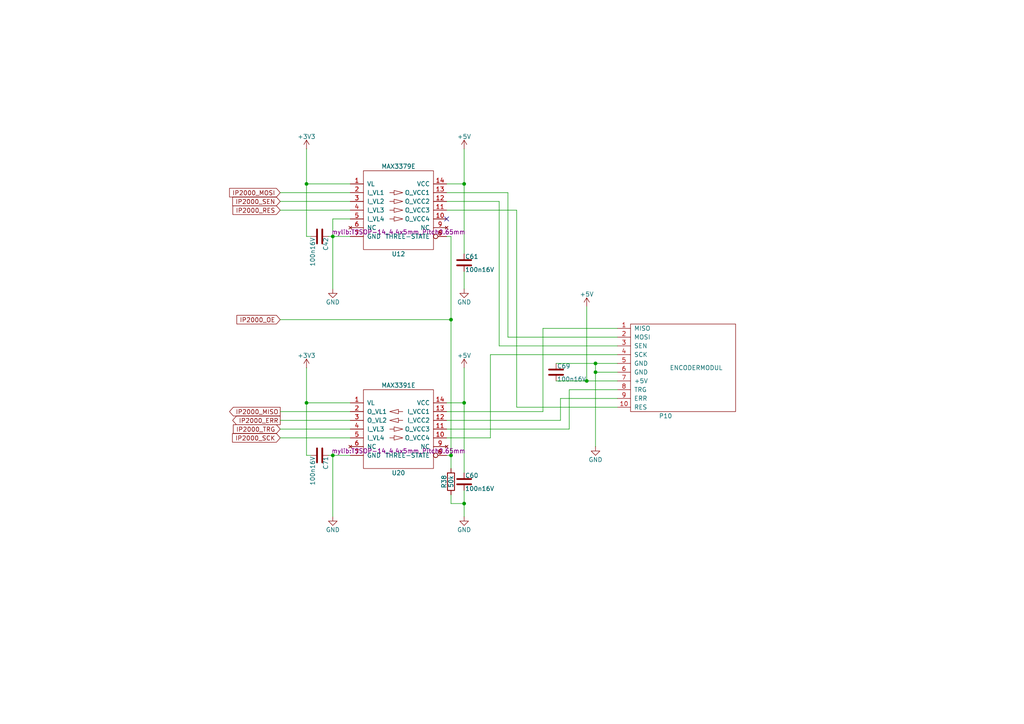
<source format=kicad_sch>
(kicad_sch (version 20231120) (generator "eeschema") (generator_version "8.0")
  (paper "A4")
  (lib_symbols
    (symbol "ATSAME70:+3.3V" (power) (pin_numbers hide) (pin_names (offset 0) hide)
      (property "Value" "+3.3V" (at 0 3.556 0))
      (symbol "+3.3V_0_1"
        (polyline (pts (xy -0.762 1.27) (xy 0 2.54)))
        (polyline (pts (xy 0 0) (xy 0 2.54)))
        (polyline (pts (xy 0 2.54) (xy 0.762 1.27)))
      )
      (symbol "+3.3V_1_1"
        (pin power_in line (at 0 0 90) (length 0) (name "~") (number "1"))
      )
    )
    (symbol "ATSAME70:+5V" (power) (pin_numbers hide) (pin_names (offset 0) hide)
      (property "Value" "+5V" (at 0 3.556 0))
      (symbol "+5V_0_1"
        (polyline (pts (xy -0.762 1.27) (xy 0 2.54)))
        (polyline (pts (xy 0 0) (xy 0 2.54)))
        (polyline (pts (xy 0 2.54) (xy 0.762 1.27)))
      )
      (symbol "+5V_1_1"
        (pin power_in line (at 0 0 90) (length 0) (name "~") (number "1"))
      )
    )
    (symbol "ATSAME70:C_100n_16V_0402" (pin_numbers hide) (pin_names (offset 0.254))
      (property "Reference" "C" (at 0.635 2.54 0))
      (property "Value" "100n16V" (at 0.635 -2.54 0))
      (symbol "C_100n_16V_0402_0_1"
        (polyline (pts (xy -2.032 -0.762) (xy 2.032 -0.762)) (stroke (width 0.508)))
        (polyline (pts (xy -2.032 0.762) (xy 2.032 0.762)) (stroke (width 0.508)))
      )
      (symbol "C_100n_16V_0402_1_1"
        (pin passive line (at 0 2.54 270) (length 1.651) (name "~") (number "1"))
        (pin passive line (at 0 -2.54 90) (length 1.651) (name "~") (number "2"))
      )
    )
    (symbol "ATSAME70:ENCODERMODUL" (pin_names (offset 1.016))
      (property "Reference" "P" (at 0 -13.97 0))
      (property "Value" "ENCODERMODUL" (at 3.81 0 0))
      (symbol "ENCODERMODUL_0_1"
        (rectangle (start -15.24 12.7) (end 15.24 -12.7))
      )
      (symbol "ENCODERMODUL_1_1"
        (pin output line (at -19.05 11.43 0) (length 3.81) (name "MISO") (number "1"))
        (pin input line (at -19.05 -11.43 0) (length 3.81) (name "RES") (number "10"))
        (pin input line (at -19.05 8.89 0) (length 3.81) (name "MOSI") (number "2"))
        (pin input line (at -19.05 6.35 0) (length 3.81) (name "SEN") (number "3"))
        (pin input line (at -19.05 3.81 0) (length 3.81) (name "SCK") (number "4"))
        (pin power_in line (at -19.05 1.27 0) (length 3.81) (name "GND") (number "5"))
        (pin power_in line (at -19.05 -1.27 0) (length 3.81) (name "GND") (number "6"))
        (pin power_in line (at -19.05 -3.81 0) (length 3.81) (name "+5V") (number "7"))
        (pin input line (at -19.05 -6.35 0) (length 3.81) (name "TRG") (number "8"))
        (pin output line (at -19.05 -8.89 0) (length 3.81) (name "ERR") (number "9"))
      )
    )
    (symbol "ATSAME70:GND" (power) (pin_numbers hide) (pin_names (offset 0) hide)
      (property "Value" "GND" (at 0 -3.81 0))
      (symbol "GND_0_1"
        (polyline (pts (xy 0 0) (xy 0 -1.27) (xy 1.27 -1.27) (xy 0 -2.54) (xy -1.27 -1.27) (xy 0 -1.27)))
      )
      (symbol "GND_1_1"
        (pin power_in line (at 0 0 270) (length 0) (name "~") (number "1"))
      )
    )
    (symbol "ATSAME70:MAX3379E" (pin_names (offset 1.016))
      (property "Reference" "U" (at 0 -8.89 0))
      (property "Value" "MAX3379E" (at 0 16.51 0))
      (symbol "MAX3379E_0_1"
        (rectangle (start -10.16 -7.62) (end 10.16 15.24))
        (polyline (pts (xy -1.27 1.27) (xy -2.54 1.27)))
        (polyline (pts (xy -1.27 3.81) (xy -2.54 3.81)))
        (polyline (pts (xy -1.27 6.35) (xy -2.54 6.35)))
        (polyline (pts (xy -1.27 8.89) (xy -2.54 8.89)))
        (polyline (pts (xy 1.27 1.27) (xy -1.27 1.905) (xy -1.27 0.635) (xy 1.27 1.27)))
        (polyline (pts (xy 1.27 3.81) (xy -1.27 4.445) (xy -1.27 3.175) (xy 1.27 3.81)))
        (polyline (pts (xy 1.27 6.35) (xy -1.27 6.985) (xy -1.27 5.715) (xy 1.27 6.35)))
        (polyline (pts (xy 1.27 8.89) (xy -1.27 9.525) (xy -1.27 8.255) (xy 1.27 8.89)))
      )
      (symbol "MAX3379E_1_1"
        (pin power_in line (at -13.97 11.43 0) (length 3.81) (name "VL") (number "1"))
        (pin output line (at 13.97 1.27 180) (length 3.81) (name "O_VCC4") (number "10"))
        (pin output line (at 13.97 3.81 180) (length 3.81) (name "O_VCC3") (number "11"))
        (pin output line (at 13.97 6.35 180) (length 3.81) (name "O_VCC2") (number "12"))
        (pin output line (at 13.97 8.89 180) (length 3.81) (name "O_VCC1") (number "13"))
        (pin power_in line (at 13.97 11.43 180) (length 3.81) (name "VCC") (number "14"))
        (pin input line (at -13.97 8.89 0) (length 3.81) (name "I_VL1") (number "2"))
        (pin input line (at -13.97 6.35 0) (length 3.81) (name "I_VL2") (number "3"))
        (pin input line (at -13.97 3.81 0) (length 3.81) (name "I_VL3") (number "4"))
        (pin input line (at -13.97 1.27 0) (length 3.81) (name "I_VL4") (number "5"))
        (pin no_connect line (at -13.97 -1.27 0) (length 3.81) (name "NC") (number "6"))
        (pin power_in line (at -13.97 -3.81 0) (length 3.81) (name "GND") (number "7"))
        (pin passive inverted (at 13.97 -3.81 180) (length 3.81) (name "THREE-STATE") (number "8"))
        (pin no_connect line (at 13.97 -1.27 180) (length 3.81) (name "NC") (number "9"))
      )
    )
    (symbol "ATSAME70:MAX3391E" (pin_names (offset 1.016))
      (property "Reference" "U" (at 0 -8.89 0))
      (property "Value" "MAX3391E" (at 0 16.51 0))
      (symbol "MAX3391E_0_1"
        (rectangle (start -10.16 -7.62) (end 10.16 15.24))
        (polyline (pts (xy -1.27 1.27) (xy -2.54 1.27)))
        (polyline (pts (xy -1.27 3.81) (xy -2.54 3.81)))
        (polyline (pts (xy 0 6.35) (xy 1.27 6.35)))
        (polyline (pts (xy 0 8.89) (xy 1.27 8.89)))
        (polyline (pts (xy -2.54 6.35) (xy 0 6.985) (xy 0 5.715) (xy -2.54 6.35)))
        (polyline (pts (xy -2.54 8.89) (xy 0 9.525) (xy 0 8.255) (xy -2.54 8.89)))
        (polyline (pts (xy 1.27 1.27) (xy -1.27 1.905) (xy -1.27 0.635) (xy 1.27 1.27)))
        (polyline (pts (xy 1.27 3.81) (xy -1.27 4.445) (xy -1.27 3.175) (xy 1.27 3.81)))
      )
      (symbol "MAX3391E_1_1"
        (pin power_in line (at -13.97 11.43 0) (length 3.81) (name "VL") (number "1"))
        (pin output line (at 13.97 1.27 180) (length 3.81) (name "O_VCC4") (number "10"))
        (pin output line (at 13.97 3.81 180) (length 3.81) (name "O_VCC3") (number "11"))
        (pin input line (at 13.97 6.35 180) (length 3.81) (name "I_VCC2") (number "12"))
        (pin input line (at 13.97 8.89 180) (length 3.81) (name "I_VCC1") (number "13"))
        (pin power_in line (at 13.97 11.43 180) (length 3.81) (name "VCC") (number "14"))
        (pin output line (at -13.97 8.89 0) (length 3.81) (name "O_VL1") (number "2"))
        (pin output line (at -13.97 6.35 0) (length 3.81) (name "O_VL2") (number "3"))
        (pin input line (at -13.97 3.81 0) (length 3.81) (name "I_VL3") (number "4"))
        (pin input line (at -13.97 1.27 0) (length 3.81) (name "I_VL4") (number "5"))
        (pin no_connect line (at -13.97 -1.27 0) (length 3.81) (name "NC") (number "6"))
        (pin power_in line (at -13.97 -3.81 0) (length 3.81) (name "GND") (number "7"))
        (pin passive inverted (at 13.97 -3.81 180) (length 3.81) (name "THREE-STATE") (number "8"))
        (pin no_connect line (at 13.97 -1.27 180) (length 3.81) (name "NC") (number "9"))
      )
    )
    (symbol "ATSAME70:R" (pin_numbers hide) (pin_names (offset 0))
      (property "Reference" "R" (at 2.032 0 90))
      (property "Value" "100k" (at 0 0 90))
      (symbol "R_0_1"
        (rectangle (start -1.016 -2.54) (end 1.016 2.54) (stroke (width 0.254)))
      )
      (symbol "R_1_1"
        (pin passive line (at 0 3.81 270) (length 1.27) (name "~") (number "1"))
        (pin passive line (at 0 -3.81 90) (length 1.27) (name "~") (number "2"))
      )
    )
  )
  (junction (at 134.62 146.05))
  (junction (at 172.72 105.41))
  (junction (at 96.52 132.08))
  (junction (at 130.81 92.71))
  (junction (at 130.81 132.08))
  (junction (at 170.18 110.49))
  (junction (at 88.9 53.34))
  (junction (at 88.9 116.84))
  (junction (at 134.62 116.84))
  (junction (at 96.52 68.58))
  (junction (at 134.62 53.34))
  (junction (at 172.72 107.95))
  (no_connect (at 129.54 63.5))
  (wire (pts (xy 130.81 68.58) (xy 130.81 92.71)))
  (wire (pts (xy 101.6 116.84) (xy 88.9 116.84)))
  (wire (pts (xy 134.62 146.05) (xy 134.62 149.86)))
  (wire (pts (xy 130.81 132.08) (xy 130.81 135.89)))
  (wire (pts (xy 96.52 68.58) (xy 96.52 83.82)))
  (wire (pts (xy 170.18 110.49) (xy 179.07 110.49)))
  (wire (pts (xy 134.62 142.24) (xy 134.62 146.05)))
  (wire (pts (xy 134.62 106.68) (xy 134.62 116.84)))
  (wire (pts (xy 149.86 60.96) (xy 149.86 118.11)))
  (wire (pts (xy 88.9 132.08) (xy 90.17 132.08)))
  (wire (pts (xy 81.28 60.96) (xy 101.6 60.96)))
  (wire (pts (xy 179.07 113.03) (xy 165.1 113.03)))
  (wire (pts (xy 96.52 63.5) (xy 96.52 68.58)))
  (wire (pts (xy 142.24 127) (xy 129.54 127)))
  (wire (pts (xy 157.48 119.38) (xy 129.54 119.38)))
  (wire (pts (xy 147.32 55.88) (xy 147.32 97.79)))
  (wire (pts (xy 130.81 92.71) (xy 81.28 92.71)))
  (wire (pts (xy 95.25 68.58) (xy 96.52 68.58)))
  (wire (pts (xy 161.29 105.41) (xy 172.72 105.41)))
  (wire (pts (xy 81.28 124.46) (xy 101.6 124.46)))
  (wire (pts (xy 129.54 60.96) (xy 149.86 60.96)))
  (wire (pts (xy 134.62 83.82) (xy 134.62 78.74)))
  (wire (pts (xy 130.81 92.71) (xy 130.81 132.08)))
  (wire (pts (xy 172.72 105.41) (xy 179.07 105.41)))
  (wire (pts (xy 96.52 149.86) (xy 96.52 132.08)))
  (wire (pts (xy 134.62 43.18) (xy 134.62 53.34)))
  (wire (pts (xy 162.56 121.92) (xy 129.54 121.92)))
  (wire (pts (xy 179.07 95.25) (xy 157.48 95.25)))
  (wire (pts (xy 179.07 107.95) (xy 172.72 107.95)))
  (wire (pts (xy 134.62 116.84) (xy 134.62 137.16)))
  (wire (pts (xy 144.78 58.42) (xy 129.54 58.42)))
  (wire (pts (xy 165.1 124.46) (xy 129.54 124.46)))
  (wire (pts (xy 81.28 119.38) (xy 101.6 119.38)))
  (wire (pts (xy 144.78 100.33) (xy 144.78 58.42)))
  (wire (pts (xy 81.28 127) (xy 101.6 127)))
  (wire (pts (xy 88.9 68.58) (xy 90.17 68.58)))
  (wire (pts (xy 88.9 43.18) (xy 88.9 53.34)))
  (wire (pts (xy 134.62 53.34) (xy 134.62 73.66)))
  (wire (pts (xy 88.9 116.84) (xy 88.9 132.08)))
  (wire (pts (xy 96.52 132.08) (xy 101.6 132.08)))
  (wire (pts (xy 96.52 68.58) (xy 101.6 68.58)))
  (wire (pts (xy 81.28 58.42) (xy 101.6 58.42)))
  (wire (pts (xy 81.28 55.88) (xy 101.6 55.88)))
  (wire (pts (xy 130.81 146.05) (xy 134.62 146.05)))
  (wire (pts (xy 157.48 95.25) (xy 157.48 119.38)))
  (wire (pts (xy 101.6 63.5) (xy 96.52 63.5)))
  (wire (pts (xy 170.18 88.9) (xy 170.18 110.49)))
  (wire (pts (xy 142.24 102.87) (xy 179.07 102.87)))
  (wire (pts (xy 147.32 97.79) (xy 179.07 97.79)))
  (wire (pts (xy 142.24 102.87) (xy 142.24 127)))
  (wire (pts (xy 130.81 132.08) (xy 129.54 132.08)))
  (wire (pts (xy 134.62 116.84) (xy 129.54 116.84)))
  (wire (pts (xy 88.9 106.68) (xy 88.9 116.84)))
  (wire (pts (xy 101.6 121.92) (xy 81.28 121.92)))
  (wire (pts (xy 95.25 132.08) (xy 96.52 132.08)))
  (wire (pts (xy 88.9 53.34) (xy 88.9 68.58)))
  (wire (pts (xy 129.54 55.88) (xy 147.32 55.88)))
  (wire (pts (xy 165.1 113.03) (xy 165.1 124.46)))
  (wire (pts (xy 130.81 143.51) (xy 130.81 146.05)))
  (wire (pts (xy 172.72 107.95) (xy 172.72 129.54)))
  (wire (pts (xy 149.86 118.11) (xy 179.07 118.11)))
  (wire (pts (xy 88.9 53.34) (xy 101.6 53.34)))
  (wire (pts (xy 129.54 53.34) (xy 134.62 53.34)))
  (wire (pts (xy 161.29 110.49) (xy 170.18 110.49)))
  (wire (pts (xy 179.07 115.57) (xy 162.56 115.57)))
  (wire (pts (xy 162.56 115.57) (xy 162.56 121.92)))
  (wire (pts (xy 130.81 68.58) (xy 129.54 68.58)))
  (wire (pts (xy 172.72 105.41) (xy 172.72 107.95)))
  (wire (pts (xy 179.07 100.33) (xy 144.78 100.33)))
  (global_label "IP2000_TRG" (shape input) (at 81.28 124.46 180) (property "Intersheetrefs" "${INTERSHEET_REFS}" (effects (hide yes))))
  (global_label "IP2000_OE" (shape input) (at 81.28 92.71 180) (property "Intersheetrefs" "${INTERSHEET_REFS}" (effects (hide yes))))
  (global_label "IP2000_MISO" (shape output) (at 81.28 119.38 180) (property "Intersheetrefs" "${INTERSHEET_REFS}" (effects (hide yes))))
  (global_label "IP2000_MOSI" (shape input) (at 81.28 55.88 180) (property "Intersheetrefs" "${INTERSHEET_REFS}" (effects (hide yes))))
  (global_label "IP2000_ERR" (shape output) (at 81.28 121.92 180) (property "Intersheetrefs" "${INTERSHEET_REFS}" (effects (hide yes))))
  (global_label "IP2000_SCK" (shape input) (at 81.28 127 180) (property "Intersheetrefs" "${INTERSHEET_REFS}" (effects (hide yes))))
  (global_label "IP2000_RES" (shape input) (at 81.28 60.96 180) (property "Intersheetrefs" "${INTERSHEET_REFS}" (effects (hide yes))))
  (global_label "IP2000_SEN" (shape input) (at 81.28 58.42 180) (property "Intersheetrefs" "${INTERSHEET_REFS}" (effects (hide yes))))
  (symbol (lib_id "ATSAME70:+5V") (at 134.62 106.68 0) (unit 1)
    (property "Reference" "#PWR084" (effects (hide yes)))
    (property "Value" "+5V" (at 134.62 103.124 0))
    (property "Description" "Power symbol creates a global label with name \"+5V\"" (effects (hide yes)))
    (instances (project "TEST4" (path "" (reference "#PWR084") (unit 1))) (project "" (path "" (reference "#PWR69") (unit 1))))
  )
  (symbol (lib_id "ATSAME70:+3.3V") (at 88.9 43.18 0) (unit 1)
    (property "Reference" "#PWR085" (effects (hide yes)))
    (property "Value" "+3V3" (at 88.9 39.624 0))
    (property "Description" "Power symbol creates a global label with name \"+3.3V\"" (effects (hide yes)))
    (instances (project "TEST4" (path "" (reference "#PWR085") (unit 1))) (project "" (path "" (reference "#PWR63") (unit 1))))
  )
  (symbol (lib_id "ATSAME70:GND") (at 134.62 83.82 0) (unit 1)
    (property "Reference" "#PWR086" (effects (hide yes)))
    (property "Value" "GND" (at 134.62 87.63 0))
    (property "Description" "Power symbol creates a global label with name \"GND\" , ground" (effects (hide yes)))
    (instances (project "TEST4" (path "" (reference "#PWR086") (unit 1))) (project "" (path "" (reference "#PWR68") (unit 1))))
  )
  (symbol (lib_id "ATSAME70:ENCODERMODUL") (at 198.12 106.68 0) (unit 1)
    (property "Reference" "P10" (at 193.04 120.65 0))
    (property "Value" "ENCODERMODUL" (at 201.93 106.68 0))
    (property "Footprint" "mylib:IP2000_Modul" (effects (hide yes)))
    (instances (project "TEST4" (path "" (reference "P10") (unit 1))) (project "ControllerBoard" (path "" (reference "P9") (unit 1))))
  )
  (symbol (lib_id "ATSAME70:GND") (at 172.72 129.54 0) (unit 1)
    (property "Reference" "#PWR087" (effects (hide yes)))
    (property "Value" "GND" (at 172.72 133.35 0))
    (property "Description" "Power symbol creates a global label with name \"GND\" , ground" (effects (hide yes)))
    (instances (project "TEST4" (path "" (reference "#PWR087") (unit 1))) (project "" (path "" (reference "#PWR72") (unit 1))))
  )
  (symbol (lib_id "ATSAME70:+5V") (at 170.18 88.9 0) (unit 1)
    (property "Reference" "#PWR088" (effects (hide yes)))
    (property "Value" "+5V" (at 170.18 85.344 0))
    (property "Description" "Power symbol creates a global label with name \"+5V\"" (effects (hide yes)))
    (instances (project "TEST4" (path "" (reference "#PWR088") (unit 1))) (project "" (path "" (reference "#PWR71") (unit 1))))
  )
  (symbol (lib_id "ATSAME70:C_100n_16V_0402") (at 134.62 76.2 0) (unit 1)
    (property "Reference" "C61" (at 134.874 74.422 0) (effects (justify left)))
    (property "Value" "100n16V" (at 134.874 78.232 0) (effects (justify left)))
    (property "Footprint" "ATSAME70:C_0402" (effects (hide yes)))
    (property "Description" "Unpolarized capacitor" (effects (hide yes)))
    (property "LCSC" "C1525" (effects (hide yes)))
    (instances (project "TEST4" (path "" (reference "C61") (unit 1))) (project "ControllerBoard" (path "" (reference "C38") (unit 1))))
  )
  (symbol (lib_id "ATSAME70:C_100n_16V_0402") (at 134.62 139.7 0) (unit 1)
    (property "Reference" "C60" (at 134.874 137.922 0) (effects (justify left)))
    (property "Value" "100n16V" (at 134.874 141.732 0) (effects (justify left)))
    (property "Footprint" "ATSAME70:C_0402" (effects (hide yes)))
    (property "Description" "Unpolarized capacitor" (effects (hide yes)))
    (property "LCSC" "C1525" (effects (hide yes)))
    (instances (project "TEST4" (path "" (reference "C60") (unit 1))) (project "ControllerBoard" (path "" (reference "C39") (unit 1))))
  )
  (symbol (lib_id "ATSAME70:GND") (at 134.62 149.86 0) (unit 1)
    (property "Reference" "#PWR089" (effects (hide yes)))
    (property "Value" "GND" (at 134.62 153.67 0))
    (property "Description" "Power symbol creates a global label with name \"GND\" , ground" (effects (hide yes)))
    (instances (project "TEST4" (path "" (reference "#PWR089") (unit 1))) (project "" (path "" (reference "#PWR70") (unit 1))))
  )
  (symbol (lib_id "ATSAME70:C_100n_16V_0402") (at 161.29 107.95 0) (unit 1)
    (property "Reference" "C69" (at 161.544 106.172 0) (effects (justify left)))
    (property "Value" "100n16V" (at 161.544 109.982 0) (effects (justify left)))
    (property "Footprint" "ATSAME70:C_0402" (effects (hide yes)))
    (property "Description" "Unpolarized capacitor" (effects (hide yes)))
    (property "LCSC" "C1525" (effects (hide yes)))
    (instances (project "TEST4" (path "" (reference "C69") (unit 1))) (project "ControllerBoard" (path "" (reference "C40") (unit 1))))
  )
  (symbol (lib_id "ATSAME70:R") (at 130.81 139.7 180) (unit 1)
    (property "Reference" "R38" (at 128.778 139.7 90))
    (property "Value" "50k" (at 130.81 139.7 90))
    (property "Footprint" "mylib:R_1206" (effects (hide yes)))
    (property "Description" "Resistor" (effects (hide yes)))
    (instances (project "TEST4" (path "" (reference "R38") (unit 1))) (project "ControllerBoard" (path "" (reference "R46") (unit 1))))
  )
  (symbol (lib_id "ATSAME70:MAX3379E") (at 115.57 64.77 0) (unit 1)
    (property "Reference" "U12" (at 115.57 73.66 0))
    (property "Value" "MAX3379E" (at 115.57 48.26 0))
    (property "Footprint" "mylib:TSSOP-14_4.4x5mm_Pitch0.65mm" (at 115.57 67.31 0))
    (instances (project "TEST4" (path "" (reference "U12") (unit 1))) (project "ControllerBoard" (path "" (reference "U7") (unit 1))))
  )
  (symbol (lib_id "ATSAME70:MAX3391E") (at 115.57 128.27 0) (unit 1)
    (property "Reference" "U20" (at 115.57 137.16 0))
    (property "Value" "MAX3391E" (at 115.57 111.76 0))
    (property "Footprint" "mylib:TSSOP-14_4.4x5mm_Pitch0.65mm" (at 115.57 130.81 0))
    (instances (project "TEST4" (path "" (reference "U20") (unit 1))) (project "ControllerBoard" (path "" (reference "U8") (unit 1))))
  )
  (symbol (lib_id "ATSAME70:+5V") (at 134.62 43.18 0) (unit 1)
    (property "Reference" "#PWR090" (effects (hide yes)))
    (property "Value" "+5V" (at 134.62 39.624 0))
    (property "Description" "Power symbol creates a global label with name \"+5V\"" (effects (hide yes)))
    (instances (project "TEST4" (path "" (reference "#PWR090") (unit 1))) (project "" (path "" (reference "#PWR67") (unit 1))))
  )
  (symbol (lib_id "ATSAME70:C_100n_16V_0402") (at 92.71 68.58 270) (unit 1)
    (property "Reference" "C42" (at 94.488 68.834 0) (effects (justify left)))
    (property "Value" "100n16V" (at 90.678 68.834 0) (effects (justify left)))
    (property "Footprint" "ATSAME70:C_0402" (effects (hide yes)))
    (property "Description" "Unpolarized capacitor" (effects (hide yes)))
    (property "LCSC" "C1525" (effects (hide yes)))
    (instances (project "TEST4" (path "" (reference "C42") (unit 1))) (project "ControllerBoard" (path "" (reference "C36") (unit 1))))
  )
  (symbol (lib_id "ATSAME70:C_100n_16V_0402") (at 92.71 132.08 270) (unit 1)
    (property "Reference" "C71" (at 94.488 132.334 0) (effects (justify left)))
    (property "Value" "100n16V" (at 90.678 132.334 0) (effects (justify left)))
    (property "Footprint" "ATSAME70:C_0402" (effects (hide yes)))
    (property "Description" "Unpolarized capacitor" (effects (hide yes)))
    (property "LCSC" "C1525" (effects (hide yes)))
    (instances (project "TEST4" (path "" (reference "C71") (unit 1))) (project "ControllerBoard" (path "" (reference "C37") (unit 1))))
  )
  (symbol (lib_id "ATSAME70:GND") (at 96.52 83.82 0) (unit 1)
    (property "Reference" "#PWR091" (effects (hide yes)))
    (property "Value" "GND" (at 96.52 87.63 0))
    (property "Description" "Power symbol creates a global label with name \"GND\" , ground" (effects (hide yes)))
    (instances (project "TEST4" (path "" (reference "#PWR091") (unit 1))) (project "" (path "" (reference "#PWR65") (unit 1))))
  )
  (symbol (lib_id "ATSAME70:+3.3V") (at 88.9 106.68 0) (unit 1)
    (property "Reference" "#PWR092" (effects (hide yes)))
    (property "Value" "+3V3" (at 88.9 103.124 0))
    (property "Description" "Power symbol creates a global label with name \"+3.3V\"" (effects (hide yes)))
    (instances (project "TEST4" (path "" (reference "#PWR092") (unit 1))) (project "" (path "" (reference "#PWR64") (unit 1))))
  )
  (symbol (lib_id "ATSAME70:GND") (at 96.52 149.86 0) (unit 1)
    (property "Reference" "#PWR093" (effects (hide yes)))
    (property "Value" "GND" (at 96.52 153.67 0))
    (property "Description" "Power symbol creates a global label with name \"GND\" , ground" (effects (hide yes)))
    (instances (project "TEST4" (path "" (reference "#PWR093") (unit 1))) (project "" (path "" (reference "#PWR66") (unit 1))))
  )
)
</source>
